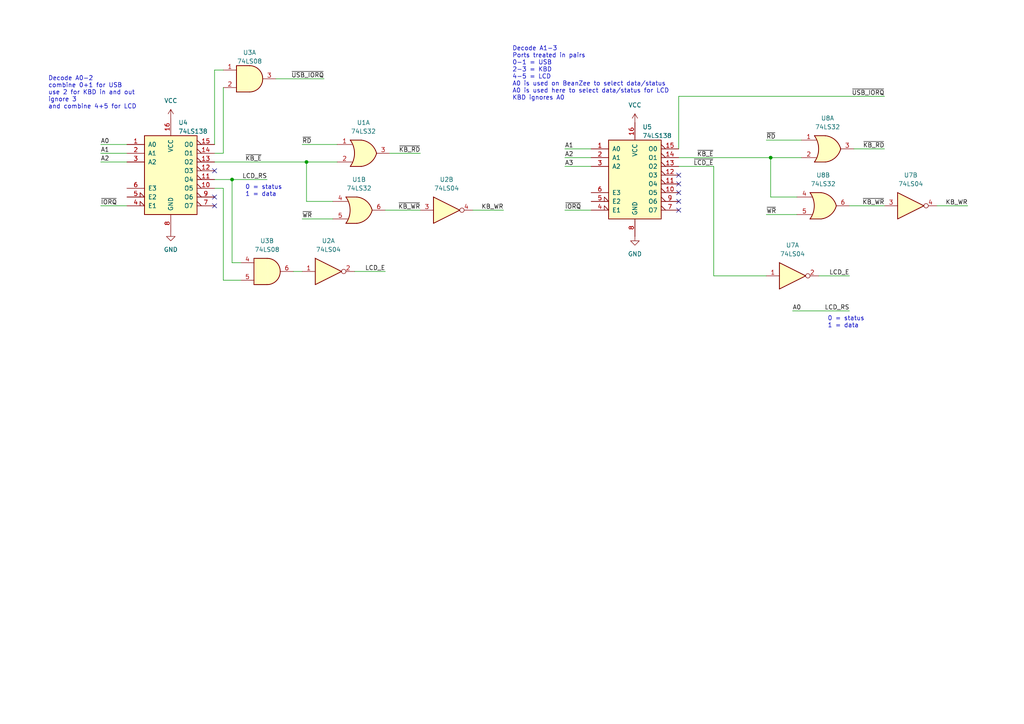
<source format=kicad_sch>
(kicad_sch (version 20230121) (generator eeschema)
  (paper "A4")
  (lib_symbols
    (symbol "74xx:74LS04"
      (property "Reference" "U" (at 0 1.27 0))
      (property "Value" "74LS04" (at 0 -1.27 0))
      (symbol "74LS04_1_0"
        (polyline (pts (xy -3.81 3.81) (xy -3.81 -3.81) (xy 3.81 0) (xy -3.81 3.81)) (stroke (width 0.254)) (fill (type background)))
        (pin input line (at -7.62 0 0) (length 3.81) (name "~") (number "1"))
        (pin output inverted (at 7.62 0 180) (length 3.81) (name "~") (number "2"))
      )
      (symbol "74LS04_2_0"
        (polyline (pts (xy -3.81 3.81) (xy -3.81 -3.81) (xy 3.81 0) (xy -3.81 3.81)) (stroke (width 0.254)) (fill (type background)))
        (pin input line (at -7.62 0 0) (length 3.81) (name "~") (number "3"))
        (pin output inverted (at 7.62 0 180) (length 3.81) (name "~") (number "4"))
      )
      (symbol "74LS04_3_0"
        (polyline (pts (xy -3.81 3.81) (xy -3.81 -3.81) (xy 3.81 0) (xy -3.81 3.81)) (stroke (width 0.254)) (fill (type background)))
        (pin input line (at -7.62 0 0) (length 3.81) (name "~") (number "5"))
        (pin output inverted (at 7.62 0 180) (length 3.81) (name "~") (number "6"))
      )
      (symbol "74LS04_4_0"
        (polyline (pts (xy -3.81 3.81) (xy -3.81 -3.81) (xy 3.81 0) (xy -3.81 3.81)) (stroke (width 0.254)) (fill (type background)))
        (pin output inverted (at 7.62 0 180) (length 3.81) (name "~") (number "8"))
        (pin input line (at -7.62 0 0) (length 3.81) (name "~") (number "9"))
      )
      (symbol "74LS04_5_0"
        (polyline (pts (xy -3.81 3.81) (xy -3.81 -3.81) (xy 3.81 0) (xy -3.81 3.81)) (stroke (width 0.254)) (fill (type background)))
        (pin output inverted (at 7.62 0 180) (length 3.81) (name "~") (number "10"))
        (pin input line (at -7.62 0 0) (length 3.81) (name "~") (number "11"))
      )
      (symbol "74LS04_6_0"
        (polyline (pts (xy -3.81 3.81) (xy -3.81 -3.81) (xy 3.81 0) (xy -3.81 3.81)) (stroke (width 0.254)) (fill (type background)))
        (pin output inverted (at 7.62 0 180) (length 3.81) (name "~") (number "12"))
        (pin input line (at -7.62 0 0) (length 3.81) (name "~") (number "13"))
      )
      (symbol "74LS04_7_0"
        (pin power_in line (at 0 12.7 270) (length 5.08) (name "VCC") (number "14"))
        (pin power_in line (at 0 -12.7 90) (length 5.08) (name "GND") (number "7"))
      )
      (symbol "74LS04_7_1"
        (rectangle (start -5.08 7.62) (end 5.08 -7.62) (stroke (width 0.254)) (fill (type background)))
      )
    )
    (symbol "74xx:74LS08" (pin_names (offset 1.016))
      (property "Reference" "U" (at 0 1.27 0))
      (property "Value" "74LS08" (at 0 -1.27 0))
      (symbol "74LS08_1_1"
        (arc (start 0 -3.81) (mid 3.7934 0) (end 0 3.81) (stroke (width 0.254)) (fill (type background)))
        (polyline (pts (xy 0 3.81) (xy -3.81 3.81) (xy -3.81 -3.81) (xy 0 -3.81)) (stroke (width 0.254)) (fill (type background)))
        (pin input line (at -7.62 2.54 0) (length 3.81) (name "~") (number "1"))
        (pin input line (at -7.62 -2.54 0) (length 3.81) (name "~") (number "2"))
        (pin output line (at 7.62 0 180) (length 3.81) (name "~") (number "3"))
      )
      (symbol "74LS08_1_2"
        (arc (start -3.81 -3.81) (mid -2.589 0) (end -3.81 3.81) (stroke (width 0.254)))
        (arc (start -0.6096 -3.81) (mid 2.1842 -2.5851) (end 3.81 0) (stroke (width 0.254)) (fill (type background)))
        (polyline (pts (xy -3.81 -3.81) (xy -0.635 -3.81)) (stroke (width 0.254)) (fill (type background)))
        (polyline (pts (xy -3.81 3.81) (xy -0.635 3.81)) (stroke (width 0.254)) (fill (type background)))
        (polyline (pts (xy -0.635 3.81) (xy -3.81 3.81) (xy -3.81 3.81) (xy -3.556 3.4036) (xy -3.0226 2.2606) (xy -2.6924 1.0414) (xy -2.6162 -0.254) (xy -2.7686 -1.4986) (xy -3.175 -2.7178) (xy -3.81 -3.81) (xy -3.81 -3.81) (xy -0.635 -3.81)) (stroke (width -25.4)) (fill (type background)))
        (arc (start 3.81 0) (mid 2.1915 2.5936) (end -0.6096 3.81) (stroke (width 0.254)) (fill (type background)))
        (pin input inverted (at -7.62 2.54 0) (length 4.318) (name "~") (number "1"))
        (pin input inverted (at -7.62 -2.54 0) (length 4.318) (name "~") (number "2"))
        (pin output inverted (at 7.62 0 180) (length 3.81) (name "~") (number "3"))
      )
      (symbol "74LS08_2_1"
        (arc (start 0 -3.81) (mid 3.7934 0) (end 0 3.81) (stroke (width 0.254)) (fill (type background)))
        (polyline (pts (xy 0 3.81) (xy -3.81 3.81) (xy -3.81 -3.81) (xy 0 -3.81)) (stroke (width 0.254)) (fill (type background)))
        (pin input line (at -7.62 2.54 0) (length 3.81) (name "~") (number "4"))
        (pin input line (at -7.62 -2.54 0) (length 3.81) (name "~") (number "5"))
        (pin output line (at 7.62 0 180) (length 3.81) (name "~") (number "6"))
      )
      (symbol "74LS08_2_2"
        (arc (start -3.81 -3.81) (mid -2.589 0) (end -3.81 3.81) (stroke (width 0.254)))
        (arc (start -0.6096 -3.81) (mid 2.1842 -2.5851) (end 3.81 0) (stroke (width 0.254)) (fill (type background)))
        (polyline (pts (xy -3.81 -3.81) (xy -0.635 -3.81)) (stroke (width 0.254)) (fill (type background)))
        (polyline (pts (xy -3.81 3.81) (xy -0.635 3.81)) (stroke (width 0.254)) (fill (type background)))
        (polyline (pts (xy -0.635 3.81) (xy -3.81 3.81) (xy -3.81 3.81) (xy -3.556 3.4036) (xy -3.0226 2.2606) (xy -2.6924 1.0414) (xy -2.6162 -0.254) (xy -2.7686 -1.4986) (xy -3.175 -2.7178) (xy -3.81 -3.81) (xy -3.81 -3.81) (xy -0.635 -3.81)) (stroke (width -25.4)) (fill (type background)))
        (arc (start 3.81 0) (mid 2.1915 2.5936) (end -0.6096 3.81) (stroke (width 0.254)) (fill (type background)))
        (pin input inverted (at -7.62 2.54 0) (length 4.318) (name "~") (number "4"))
        (pin input inverted (at -7.62 -2.54 0) (length 4.318) (name "~") (number "5"))
        (pin output inverted (at 7.62 0 180) (length 3.81) (name "~") (number "6"))
      )
      (symbol "74LS08_3_1"
        (arc (start 0 -3.81) (mid 3.7934 0) (end 0 3.81) (stroke (width 0.254)) (fill (type background)))
        (polyline (pts (xy 0 3.81) (xy -3.81 3.81) (xy -3.81 -3.81) (xy 0 -3.81)) (stroke (width 0.254)) (fill (type background)))
        (pin input line (at -7.62 -2.54 0) (length 3.81) (name "~") (number "10"))
        (pin output line (at 7.62 0 180) (length 3.81) (name "~") (number "8"))
        (pin input line (at -7.62 2.54 0) (length 3.81) (name "~") (number "9"))
      )
      (symbol "74LS08_3_2"
        (arc (start -3.81 -3.81) (mid -2.589 0) (end -3.81 3.81) (stroke (width 0.254)))
        (arc (start -0.6096 -3.81) (mid 2.1842 -2.5851) (end 3.81 0) (stroke (width 0.254)) (fill (type background)))
        (polyline (pts (xy -3.81 -3.81) (xy -0.635 -3.81)) (stroke (width 0.254)) (fill (type background)))
        (polyline (pts (xy -3.81 3.81) (xy -0.635 3.81)) (stroke (width 0.254)) (fill (type background)))
        (polyline (pts (xy -0.635 3.81) (xy -3.81 3.81) (xy -3.81 3.81) (xy -3.556 3.4036) (xy -3.0226 2.2606) (xy -2.6924 1.0414) (xy -2.6162 -0.254) (xy -2.7686 -1.4986) (xy -3.175 -2.7178) (xy -3.81 -3.81) (xy -3.81 -3.81) (xy -0.635 -3.81)) (stroke (width -25.4)) (fill (type background)))
        (arc (start 3.81 0) (mid 2.1915 2.5936) (end -0.6096 3.81) (stroke (width 0.254)) (fill (type background)))
        (pin input inverted (at -7.62 -2.54 0) (length 4.318) (name "~") (number "10"))
        (pin output inverted (at 7.62 0 180) (length 3.81) (name "~") (number "8"))
        (pin input inverted (at -7.62 2.54 0) (length 4.318) (name "~") (number "9"))
      )
      (symbol "74LS08_4_1"
        (arc (start 0 -3.81) (mid 3.7934 0) (end 0 3.81) (stroke (width 0.254)) (fill (type background)))
        (polyline (pts (xy 0 3.81) (xy -3.81 3.81) (xy -3.81 -3.81) (xy 0 -3.81)) (stroke (width 0.254)) (fill (type background)))
        (pin output line (at 7.62 0 180) (length 3.81) (name "~") (number "11"))
        (pin input line (at -7.62 2.54 0) (length 3.81) (name "~") (number "12"))
        (pin input line (at -7.62 -2.54 0) (length 3.81) (name "~") (number "13"))
      )
      (symbol "74LS08_4_2"
        (arc (start -3.81 -3.81) (mid -2.589 0) (end -3.81 3.81) (stroke (width 0.254)))
        (arc (start -0.6096 -3.81) (mid 2.1842 -2.5851) (end 3.81 0) (stroke (width 0.254)) (fill (type background)))
        (polyline (pts (xy -3.81 -3.81) (xy -0.635 -3.81)) (stroke (width 0.254)) (fill (type background)))
        (polyline (pts (xy -3.81 3.81) (xy -0.635 3.81)) (stroke (width 0.254)) (fill (type background)))
        (polyline (pts (xy -0.635 3.81) (xy -3.81 3.81) (xy -3.81 3.81) (xy -3.556 3.4036) (xy -3.0226 2.2606) (xy -2.6924 1.0414) (xy -2.6162 -0.254) (xy -2.7686 -1.4986) (xy -3.175 -2.7178) (xy -3.81 -3.81) (xy -3.81 -3.81) (xy -0.635 -3.81)) (stroke (width -25.4)) (fill (type background)))
        (arc (start 3.81 0) (mid 2.1915 2.5936) (end -0.6096 3.81) (stroke (width 0.254)) (fill (type background)))
        (pin output inverted (at 7.62 0 180) (length 3.81) (name "~") (number "11"))
        (pin input inverted (at -7.62 2.54 0) (length 4.318) (name "~") (number "12"))
        (pin input inverted (at -7.62 -2.54 0) (length 4.318) (name "~") (number "13"))
      )
      (symbol "74LS08_5_0"
        (pin power_in line (at 0 12.7 270) (length 5.08) (name "VCC") (number "14"))
        (pin power_in line (at 0 -12.7 90) (length 5.08) (name "GND") (number "7"))
      )
      (symbol "74LS08_5_1"
        (rectangle (start -5.08 7.62) (end 5.08 -7.62) (stroke (width 0.254)) (fill (type background)))
      )
    )
    (symbol "74xx:74LS138" (pin_names (offset 1.016))
      (property "Reference" "U" (at -7.62 11.43 0))
      (property "Value" "74LS138" (at -7.62 -13.97 0))
      (symbol "74LS138_1_0"
        (pin input line (at -12.7 7.62 0) (length 5.08) (name "A0") (number "1"))
        (pin output output_low (at 12.7 -5.08 180) (length 5.08) (name "O5") (number "10"))
        (pin output output_low (at 12.7 -2.54 180) (length 5.08) (name "O4") (number "11"))
        (pin output output_low (at 12.7 0 180) (length 5.08) (name "O3") (number "12"))
        (pin output output_low (at 12.7 2.54 180) (length 5.08) (name "O2") (number "13"))
        (pin output output_low (at 12.7 5.08 180) (length 5.08) (name "O1") (number "14"))
        (pin output output_low (at 12.7 7.62 180) (length 5.08) (name "O0") (number "15"))
        (pin power_in line (at 0 15.24 270) (length 5.08) (name "VCC") (number "16"))
        (pin input line (at -12.7 5.08 0) (length 5.08) (name "A1") (number "2"))
        (pin input line (at -12.7 2.54 0) (length 5.08) (name "A2") (number "3"))
        (pin input input_low (at -12.7 -10.16 0) (length 5.08) (name "E1") (number "4"))
        (pin input input_low (at -12.7 -7.62 0) (length 5.08) (name "E2") (number "5"))
        (pin input line (at -12.7 -5.08 0) (length 5.08) (name "E3") (number "6"))
        (pin output output_low (at 12.7 -10.16 180) (length 5.08) (name "O7") (number "7"))
        (pin power_in line (at 0 -17.78 90) (length 5.08) (name "GND") (number "8"))
        (pin output output_low (at 12.7 -7.62 180) (length 5.08) (name "O6") (number "9"))
      )
      (symbol "74LS138_1_1"
        (rectangle (start -7.62 10.16) (end 7.62 -12.7) (stroke (width 0.254)) (fill (type background)))
      )
    )
    (symbol "74xx:74LS32" (pin_names (offset 1.016))
      (property "Reference" "U" (at 0 1.27 0))
      (property "Value" "74LS32" (at 0 -1.27 0))
      (symbol "74LS32_1_1"
        (arc (start -3.81 -3.81) (mid -2.589 0) (end -3.81 3.81) (stroke (width 0.254)))
        (arc (start -0.6096 -3.81) (mid 2.1842 -2.5851) (end 3.81 0) (stroke (width 0.254)) (fill (type background)))
        (polyline (pts (xy -3.81 -3.81) (xy -0.635 -3.81)) (stroke (width 0.254)) (fill (type background)))
        (polyline (pts (xy -3.81 3.81) (xy -0.635 3.81)) (stroke (width 0.254)) (fill (type background)))
        (polyline (pts (xy -0.635 3.81) (xy -3.81 3.81) (xy -3.81 3.81) (xy -3.556 3.4036) (xy -3.0226 2.2606) (xy -2.6924 1.0414) (xy -2.6162 -0.254) (xy -2.7686 -1.4986) (xy -3.175 -2.7178) (xy -3.81 -3.81) (xy -3.81 -3.81) (xy -0.635 -3.81)) (stroke (width -25.4)) (fill (type background)))
        (arc (start 3.81 0) (mid 2.1915 2.5936) (end -0.6096 3.81) (stroke (width 0.254)) (fill (type background)))
        (pin input line (at -7.62 2.54 0) (length 4.318) (name "~") (number "1"))
        (pin input line (at -7.62 -2.54 0) (length 4.318) (name "~") (number "2"))
        (pin output line (at 7.62 0 180) (length 3.81) (name "~") (number "3"))
      )
      (symbol "74LS32_1_2"
        (arc (start 0 -3.81) (mid 3.7934 0) (end 0 3.81) (stroke (width 0.254)) (fill (type background)))
        (polyline (pts (xy 0 3.81) (xy -3.81 3.81) (xy -3.81 -3.81) (xy 0 -3.81)) (stroke (width 0.254)) (fill (type background)))
        (pin input inverted (at -7.62 2.54 0) (length 3.81) (name "~") (number "1"))
        (pin input inverted (at -7.62 -2.54 0) (length 3.81) (name "~") (number "2"))
        (pin output inverted (at 7.62 0 180) (length 3.81) (name "~") (number "3"))
      )
      (symbol "74LS32_2_1"
        (arc (start -3.81 -3.81) (mid -2.589 0) (end -3.81 3.81) (stroke (width 0.254)))
        (arc (start -0.6096 -3.81) (mid 2.1842 -2.5851) (end 3.81 0) (stroke (width 0.254)) (fill (type background)))
        (polyline (pts (xy -3.81 -3.81) (xy -0.635 -3.81)) (stroke (width 0.254)) (fill (type background)))
        (polyline (pts (xy -3.81 3.81) (xy -0.635 3.81)) (stroke (width 0.254)) (fill (type background)))
        (polyline (pts (xy -0.635 3.81) (xy -3.81 3.81) (xy -3.81 3.81) (xy -3.556 3.4036) (xy -3.0226 2.2606) (xy -2.6924 1.0414) (xy -2.6162 -0.254) (xy -2.7686 -1.4986) (xy -3.175 -2.7178) (xy -3.81 -3.81) (xy -3.81 -3.81) (xy -0.635 -3.81)) (stroke (width -25.4)) (fill (type background)))
        (arc (start 3.81 0) (mid 2.1915 2.5936) (end -0.6096 3.81) (stroke (width 0.254)) (fill (type background)))
        (pin input line (at -7.62 2.54 0) (length 4.318) (name "~") (number "4"))
        (pin input line (at -7.62 -2.54 0) (length 4.318) (name "~") (number "5"))
        (pin output line (at 7.62 0 180) (length 3.81) (name "~") (number "6"))
      )
      (symbol "74LS32_2_2"
        (arc (start 0 -3.81) (mid 3.7934 0) (end 0 3.81) (stroke (width 0.254)) (fill (type background)))
        (polyline (pts (xy 0 3.81) (xy -3.81 3.81) (xy -3.81 -3.81) (xy 0 -3.81)) (stroke (width 0.254)) (fill (type background)))
        (pin input inverted (at -7.62 2.54 0) (length 3.81) (name "~") (number "4"))
        (pin input inverted (at -7.62 -2.54 0) (length 3.81) (name "~") (number "5"))
        (pin output inverted (at 7.62 0 180) (length 3.81) (name "~") (number "6"))
      )
      (symbol "74LS32_3_1"
        (arc (start -3.81 -3.81) (mid -2.589 0) (end -3.81 3.81) (stroke (width 0.254)))
        (arc (start -0.6096 -3.81) (mid 2.1842 -2.5851) (end 3.81 0) (stroke (width 0.254)) (fill (type background)))
        (polyline (pts (xy -3.81 -3.81) (xy -0.635 -3.81)) (stroke (width 0.254)) (fill (type background)))
        (polyline (pts (xy -3.81 3.81) (xy -0.635 3.81)) (stroke (width 0.254)) (fill (type background)))
        (polyline (pts (xy -0.635 3.81) (xy -3.81 3.81) (xy -3.81 3.81) (xy -3.556 3.4036) (xy -3.0226 2.2606) (xy -2.6924 1.0414) (xy -2.6162 -0.254) (xy -2.7686 -1.4986) (xy -3.175 -2.7178) (xy -3.81 -3.81) (xy -3.81 -3.81) (xy -0.635 -3.81)) (stroke (width -25.4)) (fill (type background)))
        (arc (start 3.81 0) (mid 2.1915 2.5936) (end -0.6096 3.81) (stroke (width 0.254)) (fill (type background)))
        (pin input line (at -7.62 -2.54 0) (length 4.318) (name "~") (number "10"))
        (pin output line (at 7.62 0 180) (length 3.81) (name "~") (number "8"))
        (pin input line (at -7.62 2.54 0) (length 4.318) (name "~") (number "9"))
      )
      (symbol "74LS32_3_2"
        (arc (start 0 -3.81) (mid 3.7934 0) (end 0 3.81) (stroke (width 0.254)) (fill (type background)))
        (polyline (pts (xy 0 3.81) (xy -3.81 3.81) (xy -3.81 -3.81) (xy 0 -3.81)) (stroke (width 0.254)) (fill (type background)))
        (pin input inverted (at -7.62 -2.54 0) (length 3.81) (name "~") (number "10"))
        (pin output inverted (at 7.62 0 180) (length 3.81) (name "~") (number "8"))
        (pin input inverted (at -7.62 2.54 0) (length 3.81) (name "~") (number "9"))
      )
      (symbol "74LS32_4_1"
        (arc (start -3.81 -3.81) (mid -2.589 0) (end -3.81 3.81) (stroke (width 0.254)))
        (arc (start -0.6096 -3.81) (mid 2.1842 -2.5851) (end 3.81 0) (stroke (width 0.254)) (fill (type background)))
        (polyline (pts (xy -3.81 -3.81) (xy -0.635 -3.81)) (stroke (width 0.254)) (fill (type background)))
        (polyline (pts (xy -3.81 3.81) (xy -0.635 3.81)) (stroke (width 0.254)) (fill (type background)))
        (polyline (pts (xy -0.635 3.81) (xy -3.81 3.81) (xy -3.81 3.81) (xy -3.556 3.4036) (xy -3.0226 2.2606) (xy -2.6924 1.0414) (xy -2.6162 -0.254) (xy -2.7686 -1.4986) (xy -3.175 -2.7178) (xy -3.81 -3.81) (xy -3.81 -3.81) (xy -0.635 -3.81)) (stroke (width -25.4)) (fill (type background)))
        (arc (start 3.81 0) (mid 2.1915 2.5936) (end -0.6096 3.81) (stroke (width 0.254)) (fill (type background)))
        (pin output line (at 7.62 0 180) (length 3.81) (name "~") (number "11"))
        (pin input line (at -7.62 2.54 0) (length 4.318) (name "~") (number "12"))
        (pin input line (at -7.62 -2.54 0) (length 4.318) (name "~") (number "13"))
      )
      (symbol "74LS32_4_2"
        (arc (start 0 -3.81) (mid 3.7934 0) (end 0 3.81) (stroke (width 0.254)) (fill (type background)))
        (polyline (pts (xy 0 3.81) (xy -3.81 3.81) (xy -3.81 -3.81) (xy 0 -3.81)) (stroke (width 0.254)) (fill (type background)))
        (pin output inverted (at 7.62 0 180) (length 3.81) (name "~") (number "11"))
        (pin input inverted (at -7.62 2.54 0) (length 3.81) (name "~") (number "12"))
        (pin input inverted (at -7.62 -2.54 0) (length 3.81) (name "~") (number "13"))
      )
      (symbol "74LS32_5_0"
        (pin power_in line (at 0 12.7 270) (length 5.08) (name "VCC") (number "14"))
        (pin power_in line (at 0 -12.7 90) (length 5.08) (name "GND") (number "7"))
      )
      (symbol "74LS32_5_1"
        (rectangle (start -5.08 7.62) (end 5.08 -7.62) (stroke (width 0.254)) (fill (type background)))
      )
    )
    (symbol "power:GND" (power) (pin_numbers hide) (pin_names (offset 0) hide)
      (property "Value" "GND" (at 0 -3.81 0))
      (symbol "GND_0_1"
        (polyline (pts (xy 0 0) (xy 0 -1.27) (xy 1.27 -1.27) (xy 0 -2.54) (xy -1.27 -1.27) (xy 0 -1.27)))
      )
      (symbol "GND_1_1"
        (pin power_in line (at 0 0 270) (length 0) hide (name "GND") (number "1"))
      )
    )
    (symbol "power:VCC" (power) (pin_numbers hide) (pin_names (offset 0) hide)
      (property "Value" "VCC" (at 0 3.81 0))
      (symbol "VCC_0_1"
        (polyline (pts (xy -0.762 1.27) (xy 0 2.54)))
        (polyline (pts (xy 0 0) (xy 0 2.54)))
        (polyline (pts (xy 0 2.54) (xy 0.762 1.27)))
      )
      (symbol "VCC_1_1"
        (pin power_in line (at 0 0 90) (length 0) hide (name "VCC") (number "1"))
      )
    )
  )
  (junction (at 88.9 46.99))
  (junction (at 67.31 52.07))
  (junction (at 223.52 45.72))
  (no_connect (at 62.23 59.69))
  (no_connect (at 62.23 57.15))
  (no_connect (at 196.85 60.96))
  (no_connect (at 196.85 55.88))
  (no_connect (at 196.85 53.34))
  (no_connect (at 196.85 58.42))
  (no_connect (at 62.23 49.53))
  (no_connect (at 196.85 50.8))
  (wire (pts (xy 111.76 60.96) (xy 121.92 60.96)))
  (wire (pts (xy 85.09 78.74) (xy 87.63 78.74)))
  (wire (pts (xy 62.23 20.32) (xy 64.77 20.32)))
  (wire (pts (xy 29.21 59.69) (xy 36.83 59.69)))
  (wire (pts (xy 96.52 63.5) (xy 87.63 63.5)))
  (wire (pts (xy 102.87 78.74) (xy 111.76 78.74)))
  (wire (pts (xy 62.23 52.07) (xy 67.31 52.07)))
  (wire (pts (xy 62.23 41.91) (xy 62.23 20.32)))
  (wire (pts (xy 67.31 52.07) (xy 67.31 76.2)))
  (wire (pts (xy 29.21 41.91) (xy 36.83 41.91)))
  (wire (pts (xy 97.79 46.99) (xy 88.9 46.99)))
  (wire (pts (xy 29.21 46.99) (xy 36.83 46.99)))
  (wire (pts (xy 67.31 76.2) (xy 69.85 76.2)))
  (wire (pts (xy 207.01 80.01) (xy 207.01 48.26)))
  (wire (pts (xy 64.77 54.61) (xy 64.77 81.28)))
  (wire (pts (xy 113.03 44.45) (xy 121.92 44.45)))
  (wire (pts (xy 96.52 58.42) (xy 88.9 58.42)))
  (wire (pts (xy 137.16 60.96) (xy 146.05 60.96)))
  (wire (pts (xy 247.65 43.18) (xy 256.54 43.18)))
  (wire (pts (xy 196.85 27.94) (xy 256.54 27.94)))
  (wire (pts (xy 64.77 81.28) (xy 69.85 81.28)))
  (wire (pts (xy 222.25 40.64) (xy 232.41 40.64)))
  (wire (pts (xy 64.77 44.45) (xy 64.77 25.4)))
  (wire (pts (xy 229.87 90.17) (xy 246.38 90.17)))
  (wire (pts (xy 62.23 46.99) (xy 88.9 46.99)))
  (wire (pts (xy 80.01 22.86) (xy 93.98 22.86)))
  (wire (pts (xy 231.14 57.15) (xy 223.52 57.15)))
  (wire (pts (xy 207.01 80.01) (xy 222.25 80.01)))
  (wire (pts (xy 196.85 45.72) (xy 223.52 45.72)))
  (wire (pts (xy 271.78 59.69) (xy 280.67 59.69)))
  (wire (pts (xy 87.63 41.91) (xy 97.79 41.91)))
  (wire (pts (xy 62.23 44.45) (xy 64.77 44.45)))
  (wire (pts (xy 196.85 48.26) (xy 207.01 48.26)))
  (wire (pts (xy 222.25 62.23) (xy 231.14 62.23)))
  (wire (pts (xy 163.83 45.72) (xy 171.45 45.72)))
  (wire (pts (xy 62.23 54.61) (xy 64.77 54.61)))
  (wire (pts (xy 246.38 59.69) (xy 256.54 59.69)))
  (wire (pts (xy 223.52 45.72) (xy 223.52 57.15)))
  (wire (pts (xy 67.31 52.07) (xy 77.47 52.07)))
  (wire (pts (xy 88.9 58.42) (xy 88.9 46.99)))
  (wire (pts (xy 29.21 44.45) (xy 36.83 44.45)))
  (wire (pts (xy 163.83 43.18) (xy 171.45 43.18)))
  (wire (pts (xy 223.52 45.72) (xy 232.41 45.72)))
  (wire (pts (xy 163.83 60.96) (xy 171.45 60.96)))
  (wire (pts (xy 196.85 43.18) (xy 196.85 27.94)))
  (wire (pts (xy 163.83 48.26) (xy 171.45 48.26)))
  (wire (pts (xy 237.49 80.01) (xy 246.38 80.01)))
  (text "Decode A0-2\ncombine 0+1 for USB\nuse 2 for KBD in and out\nignore 3\nand combine 4+5 for LCD" (at 13.97 31.75 0) (effects (font (size 1.27 1.27)) (justify left bottom)))
  (text "Decode A1-3\nPorts treated in pairs\n0-1 = USB\n2-3 = KBD\n4-5 = LCD\nA0 is used on BeanZee to select data/status\nA0 is used here to select data/status for LCD\nKBD ignores A0" (at 148.59 29.21 0) (effects (font (size 1.27 1.27)) (justify left bottom)))
  (text "0 = status\n1 = data" (at 240.03 95.25 0) (effects (font (size 1.27 1.27)) (justify left bottom)))
  (text "0 = status\n1 = data" (at 71.12 57.15 0) (effects (font (size 1.27 1.27)) (justify left bottom)))
  (label "~{KB_E}" (at 207.01 45.72 180))
  (label "A2" (at 29.21 46.99 0))
  (label "A3" (at 163.83 48.26 0))
  (label "~{USB_IORQ}" (at 93.98 22.86 180))
  (label "~{WR}" (at 222.25 62.23 0))
  (label "~{KB_E}" (at 71.12 46.99 0))
  (label "~{WR}" (at 87.63 63.5 0))
  (label "~{LCD_E}" (at 207.01 48.26 180))
  (label "KB_WR" (at 280.67 59.69 180))
  (label "~{KB_RD}" (at 256.54 43.18 180))
  (label "A2" (at 163.83 45.72 0))
  (label "LCD_RS" (at 246.38 90.17 180))
  (label "~{KB_RD}" (at 121.92 44.45 180))
  (label "A0" (at 29.21 41.91 0))
  (label "A0" (at 229.87 90.17 0))
  (label "A1" (at 29.21 44.45 0))
  (label "~{IORQ}" (at 163.83 60.96 0))
  (label "LCD_E" (at 111.76 78.74 180))
  (label "LCD_E" (at 246.38 80.01 180))
  (label "~{USB_IORQ}" (at 256.54 27.94 180))
  (label "~{RD}" (at 222.25 40.64 0))
  (label "~{KB_WR}" (at 121.92 60.96 180))
  (label "~{KB_WR}" (at 256.54 59.69 180))
  (label "~{RD}" (at 87.63 41.91 0))
  (label "KB_WR" (at 146.05 60.96 180))
  (label "~{IORQ}" (at 29.21 59.69 0))
  (label "A1" (at 163.83 43.18 0))
  (label "LCD_RS" (at 77.47 52.07 180))
  (symbol (lib_id "74xx:74LS04") (at 229.87 80.01 0) (unit 1)
    (property "Reference" "U7" (at 229.87 71.12 0))
    (property "Value" "74LS04" (at 229.87 73.66 0))
    (property "Datasheet" "http://www.ti.com/lit/gpn/sn74LS04" (effects hide))
  )
  (symbol (lib_id "74xx:74LS32") (at 238.76 59.69 0) (unit 2)
    (property "Reference" "U8" (at 238.76 50.8 0))
    (property "Value" "74LS32" (at 238.76 53.34 0))
    (property "Datasheet" "http://www.ti.com/lit/gpn/sn74LS32" (effects hide))
  )
  (symbol (lib_id "74xx:74LS32") (at 240.03 43.18 0) (unit 1)
    (property "Reference" "U8" (at 240.03 34.29 0))
    (property "Value" "74LS32" (at 240.03 36.83 0))
    (property "Datasheet" "http://www.ti.com/lit/gpn/sn74LS32" (effects hide))
  )
  (symbol (lib_id "74xx:74LS04") (at 129.54 60.96 0) (unit 2)
    (property "Reference" "U2" (at 129.54 52.07 0))
    (property "Value" "74LS04" (at 129.54 54.61 0))
    (property "Datasheet" "http://www.ti.com/lit/gpn/sn74LS04" (effects hide))
  )
  (symbol (lib_id "74xx:74LS04") (at 264.16 59.69 0) (unit 2)
    (property "Reference" "U7" (at 264.16 50.8 0))
    (property "Value" "74LS04" (at 264.16 53.34 0))
    (property "Datasheet" "http://www.ti.com/lit/gpn/sn74LS04" (effects hide))
  )
  (symbol (lib_id "74xx:74LS32") (at 104.14 60.96 0) (unit 2)
    (property "Reference" "U1" (at 104.14 52.07 0))
    (property "Value" "74LS32" (at 104.14 54.61 0))
    (property "Datasheet" "http://www.ti.com/lit/gpn/sn74LS32" (effects hide))
  )
  (symbol (lib_id "power:VCC") (at 49.53 34.29 0) (unit 1)
    (property "Reference" "#PWR010" (effects hide))
    (property "Value" "VCC" (at 49.53 29.21 0))
  )
  (symbol (lib_id "74xx:74LS138") (at 184.15 50.8 0) (unit 1)
    (property "Reference" "U5" (at 186.3441 36.83 0) (effects (justify left)))
    (property "Value" "74LS138" (at 186.3441 39.37 0) (effects (justify left)))
    (property "Datasheet" "http://www.ti.com/lit/gpn/sn74LS138" (effects hide))
  )
  (symbol (lib_id "74xx:74LS32") (at 105.41 44.45 0) (unit 1)
    (property "Reference" "U1" (at 105.41 35.56 0))
    (property "Value" "74LS32" (at 105.41 38.1 0))
    (property "Datasheet" "http://www.ti.com/lit/gpn/sn74LS32" (effects hide))
  )
  (symbol (lib_id "74xx:74LS08") (at 77.47 78.74 0) (unit 2)
    (property "Reference" "U3" (at 77.4617 69.85 0))
    (property "Value" "74LS08" (at 77.4617 72.39 0))
    (property "Datasheet" "http://www.ti.com/lit/gpn/sn74LS08" (effects hide))
  )
  (symbol (lib_id "74xx:74LS04") (at 95.25 78.74 0) (unit 1)
    (property "Reference" "U2" (at 95.25 69.85 0))
    (property "Value" "74LS04" (at 95.25 72.39 0))
    (property "Datasheet" "http://www.ti.com/lit/gpn/sn74LS04" (effects hide))
  )
  (symbol (lib_id "power:GND") (at 49.53 67.31 0) (unit 1)
    (property "Reference" "#PWR011" (effects hide))
    (property "Value" "GND" (at 49.53 72.39 0))
  )
  (symbol (lib_id "74xx:74LS08") (at 72.39 22.86 0) (unit 1)
    (property "Reference" "U3" (at 72.3817 15.24 0))
    (property "Value" "74LS08" (at 72.3817 17.78 0))
    (property "Datasheet" "http://www.ti.com/lit/gpn/sn74LS08" (effects hide))
  )
  (symbol (lib_id "74xx:74LS138") (at 49.53 49.53 0) (unit 1)
    (property "Reference" "U4" (at 51.7241 35.56 0) (effects (justify left)))
    (property "Value" "74LS138" (at 51.7241 38.1 0) (effects (justify left)))
    (property "Datasheet" "http://www.ti.com/lit/gpn/sn74LS138" (effects hide))
  )
  (symbol (lib_id "power:VCC") (at 184.15 35.56 0) (unit 1)
    (property "Reference" "#PWR01" (effects hide))
    (property "Value" "VCC" (at 184.15 30.48 0))
  )
  (symbol (lib_id "power:GND") (at 184.15 68.58 0) (unit 1)
    (property "Reference" "#PWR02" (effects hide))
    (property "Value" "GND" (at 184.15 73.66 0))
  )
)
</source>
